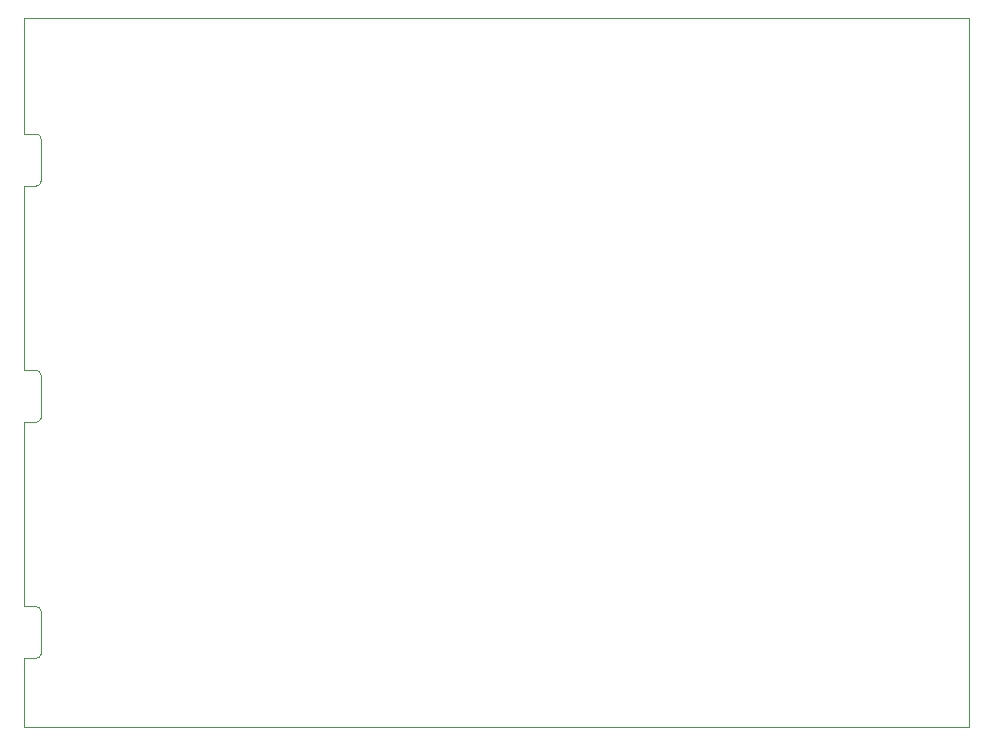
<source format=gbr>
%TF.GenerationSoftware,KiCad,Pcbnew,8.0.7*%
%TF.CreationDate,2025-05-07T21:26:37+01:00*%
%TF.ProjectId,ArduinoProMiniMIDIUSBHostCV,41726475-696e-46f5-9072-6f4d696e694d,rev?*%
%TF.SameCoordinates,Original*%
%TF.FileFunction,Profile,NP*%
%FSLAX46Y46*%
G04 Gerber Fmt 4.6, Leading zero omitted, Abs format (unit mm)*
G04 Created by KiCad (PCBNEW 8.0.7) date 2025-05-07 21:26:37*
%MOMM*%
%LPD*%
G01*
G04 APERTURE LIST*
%TA.AperFunction,Profile*%
%ADD10C,0.050000*%
%TD*%
%TA.AperFunction,Profile*%
%ADD11C,0.120000*%
%TD*%
G04 APERTURE END LIST*
D10*
X50000000Y-50000000D02*
X130000000Y-50000000D01*
X130000000Y-50000000D02*
X130000000Y-110000000D01*
X50000000Y-110000000D02*
X50000000Y-108500000D01*
X50000000Y-95500000D02*
X50010000Y-88500000D01*
X130000000Y-110000000D02*
X50000000Y-110000000D01*
X50010000Y-75500000D02*
X50010000Y-68500000D01*
X50010000Y-55500000D02*
X50000000Y-50000000D01*
D11*
%TO.C,J1*%
X50000000Y-99800000D02*
X50000000Y-95500000D01*
X50000000Y-104200000D02*
X50000000Y-108500000D01*
X51000000Y-99800000D02*
X50000000Y-99800000D01*
X51000000Y-104200000D02*
X50000000Y-104200000D01*
X51400000Y-103800000D02*
X51400000Y-100200000D01*
X51000000Y-99800000D02*
G75*
G02*
X51400000Y-100200000I-2J-400002D01*
G01*
X51400000Y-103800000D02*
G75*
G02*
X51000000Y-104200000I-400000J0D01*
G01*
%TO.C,OUT1*%
X50010000Y-79800000D02*
X50010000Y-75500000D01*
X50010000Y-84200000D02*
X50010000Y-88500000D01*
X51010000Y-79800000D02*
X50010000Y-79800000D01*
X51010000Y-84200000D02*
X50010000Y-84200000D01*
X51410000Y-83800000D02*
X51410000Y-80200000D01*
X51010000Y-79800000D02*
G75*
G02*
X51410000Y-80200000I1J-399999D01*
G01*
X51410000Y-83800000D02*
G75*
G02*
X51010000Y-84200000I-400000J0D01*
G01*
%TO.C,IN1*%
X50010000Y-59800000D02*
X50010000Y-55500000D01*
X50010000Y-64200000D02*
X50010000Y-68500000D01*
X51010000Y-59800000D02*
X50010000Y-59800000D01*
X51010000Y-64200000D02*
X50010000Y-64200000D01*
X51410000Y-63800000D02*
X51410000Y-60200000D01*
X51010000Y-59800000D02*
G75*
G02*
X51410000Y-60200000I1J-399999D01*
G01*
X51410000Y-63800000D02*
G75*
G02*
X51010000Y-64200000I-400000J0D01*
G01*
%TD*%
M02*

</source>
